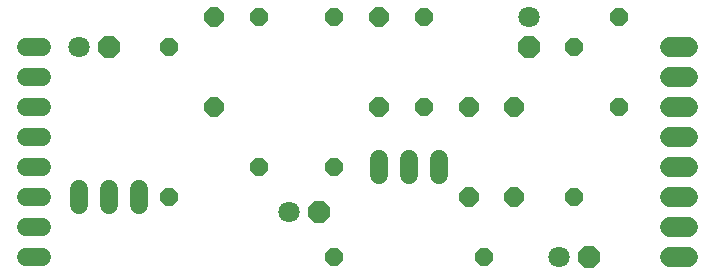
<source format=gbr>
G04 EAGLE Gerber X2 export*
G04 #@! %TF.Part,Single*
G04 #@! %TF.FileFunction,Soldermask,Top,1*
G04 #@! %TF.FilePolarity,Negative*
G04 #@! %TF.GenerationSoftware,Autodesk,EAGLE,9.0.0*
G04 #@! %TF.CreationDate,2019-08-08T19:18:26Z*
G75*
%MOMM*%
%FSLAX34Y34*%
%LPD*%
%AMOC8*
5,1,8,0,0,1.08239X$1,22.5*%
G01*
%ADD10P,1.759533X8X292.500000*%
%ADD11P,1.951982X8X22.500000*%
%ADD12C,1.803400*%
%ADD13P,1.649562X8X292.500000*%
%ADD14P,1.649562X8X112.500000*%
%ADD15P,1.649562X8X22.500000*%
%ADD16P,1.759533X8X112.500000*%
%ADD17P,1.951982X8X292.500000*%
%ADD18C,1.524000*%
%ADD19C,1.727200*%


D10*
X63500Y215900D03*
X63500Y139700D03*
D11*
X-25400Y190500D03*
D12*
X-50800Y190500D03*
D13*
X25400Y190500D03*
X25400Y63500D03*
D14*
X101600Y88900D03*
X101600Y215900D03*
D11*
X152400Y50800D03*
D12*
X127000Y50800D03*
D15*
X165100Y12700D03*
X292100Y12700D03*
D14*
X165100Y88900D03*
X165100Y215900D03*
D11*
X381000Y12700D03*
D12*
X355600Y12700D03*
D10*
X203200Y215900D03*
X203200Y139700D03*
X279400Y139700D03*
X279400Y63500D03*
D16*
X317500Y63500D03*
X317500Y139700D03*
D17*
X330200Y190500D03*
D12*
X330200Y215900D03*
D14*
X368300Y63500D03*
X368300Y190500D03*
D18*
X0Y70104D02*
X0Y56896D01*
X-50800Y56896D02*
X-50800Y70104D01*
X-25400Y70104D02*
X-25400Y56896D01*
X203200Y82296D02*
X203200Y95504D01*
X254000Y95504D02*
X254000Y82296D01*
X228600Y82296D02*
X228600Y95504D01*
X-82296Y190500D02*
X-95504Y190500D01*
X-95504Y165100D02*
X-82296Y165100D01*
X-82296Y139700D02*
X-95504Y139700D01*
X-95504Y114300D02*
X-82296Y114300D01*
X-82296Y88900D02*
X-95504Y88900D01*
X-95504Y63500D02*
X-82296Y63500D01*
X-82296Y38100D02*
X-95504Y38100D01*
X-95504Y12700D02*
X-82296Y12700D01*
D19*
X449580Y12700D02*
X464820Y12700D01*
X464820Y38100D02*
X449580Y38100D01*
X449580Y63500D02*
X464820Y63500D01*
X464820Y88900D02*
X449580Y88900D01*
X449580Y114300D02*
X464820Y114300D01*
X464820Y139700D02*
X449580Y139700D01*
X449580Y165100D02*
X464820Y165100D01*
X464820Y190500D02*
X449580Y190500D01*
D13*
X241300Y215900D03*
X241300Y139700D03*
X406400Y215900D03*
X406400Y139700D03*
M02*

</source>
